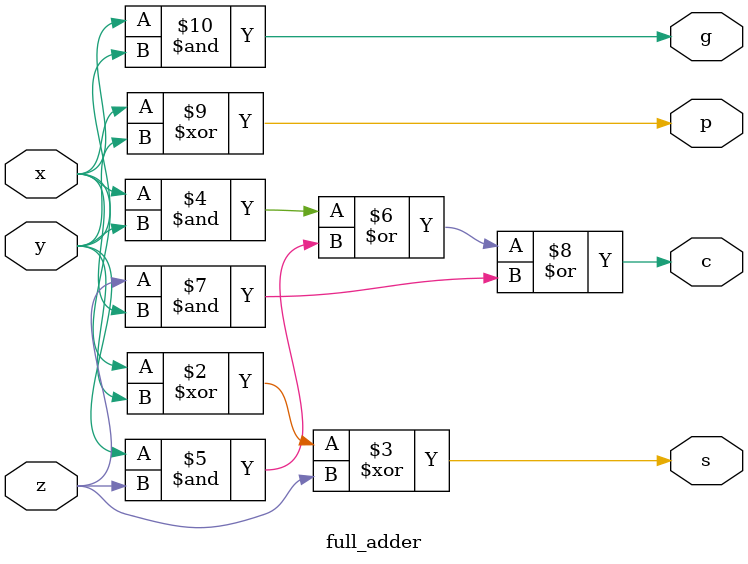
<source format=sv>

module full_adder(input logic x,y,z, output logic c,s,p,g);
	always_comb
	begin
		s=x^y^z;
		c=(x&y)|(y&z)|(z&x); 
		p=x^y;
		g=x&y;
	end
endmodule

</source>
